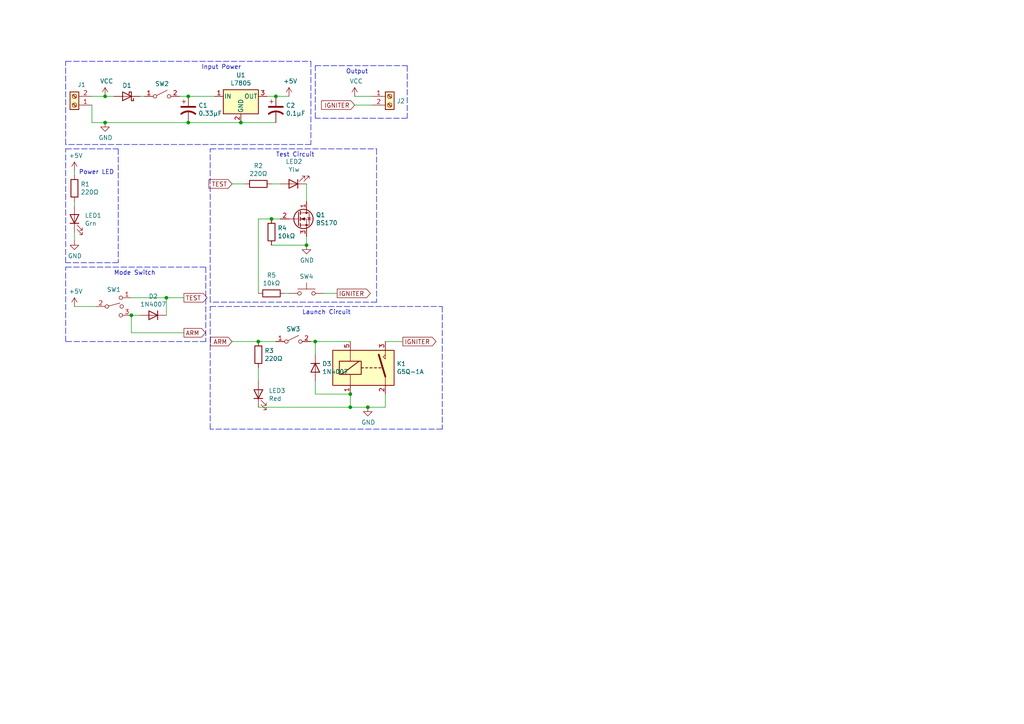
<source format=kicad_sch>
(kicad_sch (version 20211123) (generator eeschema)
  (paper "A4")
  (lib_symbols
    (symbol "Connector:Screw_Terminal_01x02" (pin_names (offset 1.016) hide)
      (property "Reference" "J" (at 0 2.54 0))
      (property "Value" "Screw_Terminal_01x02" (at 0 -5.08 0))
      (symbol "Screw_Terminal_01x02_1_1"
        (rectangle (start -1.27 1.27) (end 1.27 -3.81) (stroke (width 0.254)) (fill (type background)))
        (circle (center 0 -2.54) (radius 0.635) (stroke (width 0.1524)))
        (polyline (pts (xy -0.5334 -2.2098) (xy 0.3302 -3.048)) (stroke (width 0.1524)))
        (polyline (pts (xy -0.5334 0.3302) (xy 0.3302 -0.508)) (stroke (width 0.1524)))
        (polyline (pts (xy -0.3556 -2.032) (xy 0.508 -2.8702)) (stroke (width 0.1524)))
        (polyline (pts (xy -0.3556 0.508) (xy 0.508 -0.3302)) (stroke (width 0.1524)))
        (circle (center 0 0) (radius 0.635) (stroke (width 0.1524)))
        (pin passive line (at -5.08 0 0) (length 3.81) (name "Pin_1") (number "1"))
        (pin passive line (at -5.08 -2.54 0) (length 3.81) (name "Pin_2") (number "2"))
      )
    )
    (symbol "Device:CP1" (pin_numbers hide) (pin_names (offset 0.254) hide)
      (property "Reference" "C" (at 0.635 2.54 0))
      (property "Value" "Device_CP1" (at 0.635 -2.54 0))
      (symbol "CP1_0_1"
        (polyline (pts (xy -2.032 0.762) (xy 2.032 0.762)) (stroke (width 0.508)))
        (polyline (pts (xy -1.778 2.286) (xy -0.762 2.286)))
        (polyline (pts (xy -1.27 1.778) (xy -1.27 2.794)))
        (arc (start 2.032 -1.27) (mid 0 -0.5572) (end -2.032 -1.27) (stroke (width 0.508)))
      )
      (symbol "CP1_1_1"
        (pin passive line (at 0 3.81 270) (length 2.794) (name "~") (number "1"))
        (pin passive line (at 0 -3.81 90) (length 3.302) (name "~") (number "2"))
      )
    )
    (symbol "Device:D" (pin_numbers hide) (pin_names (offset 1.016) hide)
      (property "Reference" "D" (at 0 2.54 0))
      (property "Value" "D" (at 0 -2.54 0))
      (symbol "D_0_1"
        (polyline (pts (xy -1.27 1.27) (xy -1.27 -1.27)) (stroke (width 0.254)))
        (polyline (pts (xy 1.27 0) (xy -1.27 0)))
        (polyline (pts (xy 1.27 1.27) (xy 1.27 -1.27) (xy -1.27 0) (xy 1.27 1.27)) (stroke (width 0.254)))
      )
      (symbol "D_1_1"
        (pin passive line (at -3.81 0 0) (length 2.54) (name "K") (number "1"))
        (pin passive line (at 3.81 0 180) (length 2.54) (name "A") (number "2"))
      )
    )
    (symbol "Device:D_Schottky" (pin_numbers hide) (pin_names (offset 1.016) hide)
      (property "Reference" "D" (at 0 2.54 0))
      (property "Value" "D_Schottky" (at 0 -2.54 0))
      (symbol "D_Schottky_0_1"
        (polyline (pts (xy 1.27 0) (xy -1.27 0)))
        (polyline (pts (xy 1.27 1.27) (xy 1.27 -1.27) (xy -1.27 0) (xy 1.27 1.27)) (stroke (width 0.254)))
        (polyline (pts (xy -1.905 0.635) (xy -1.905 1.27) (xy -1.27 1.27) (xy -1.27 -1.27) (xy -0.635 -1.27) (xy -0.635 -0.635)) (stroke (width 0.254)))
      )
      (symbol "D_Schottky_1_1"
        (pin passive line (at -3.81 0 0) (length 2.54) (name "K") (number "1"))
        (pin passive line (at 3.81 0 180) (length 2.54) (name "A") (number "2"))
      )
    )
    (symbol "Device:LED" (pin_numbers hide) (pin_names (offset 1.016) hide)
      (property "Reference" "D" (at 0 2.54 0))
      (property "Value" "LED" (at 0 -2.54 0))
      (symbol "LED_0_1"
        (polyline (pts (xy -1.27 -1.27) (xy -1.27 1.27)) (stroke (width 0.254)))
        (polyline (pts (xy -1.27 0) (xy 1.27 0)))
        (polyline (pts (xy 1.27 -1.27) (xy 1.27 1.27) (xy -1.27 0) (xy 1.27 -1.27)) (stroke (width 0.254)))
        (polyline (pts (xy -3.048 -0.762) (xy -4.572 -2.286) (xy -3.81 -2.286) (xy -4.572 -2.286) (xy -4.572 -1.524)))
        (polyline (pts (xy -1.778 -0.762) (xy -3.302 -2.286) (xy -2.54 -2.286) (xy -3.302 -2.286) (xy -3.302 -1.524)))
      )
      (symbol "LED_1_1"
        (pin passive line (at -3.81 0 0) (length 2.54) (name "K") (number "1"))
        (pin passive line (at 3.81 0 180) (length 2.54) (name "A") (number "2"))
      )
    )
    (symbol "Device:R" (pin_numbers hide) (pin_names (offset 0))
      (property "Reference" "R" (at 2.032 0 90))
      (property "Value" "R" (at 0 0 90))
      (symbol "R_0_1"
        (rectangle (start -1.016 -2.54) (end 1.016 2.54) (stroke (width 0.254)))
      )
      (symbol "R_1_1"
        (pin passive line (at 0 3.81 270) (length 1.27) (name "~") (number "1"))
        (pin passive line (at 0 -3.81 90) (length 1.27) (name "~") (number "2"))
      )
    )
    (symbol "Regulator_Linear:L7805" (pin_names (offset 0.254))
      (property "Reference" "U" (at -3.81 3.175 0))
      (property "Value" "L7805" (at 0 3.175 0))
      (symbol "L7805_0_1"
        (rectangle (start -5.08 1.905) (end 5.08 -5.08) (stroke (width 0.254)) (fill (type background)))
      )
      (symbol "L7805_1_1"
        (pin power_in line (at -7.62 0 0) (length 2.54) (name "IN") (number "1"))
        (pin power_in line (at 0 -7.62 90) (length 2.54) (name "GND") (number "2"))
        (pin power_out line (at 7.62 0 180) (length 2.54) (name "OUT") (number "3"))
      )
    )
    (symbol "Relay:G5Q-1A"
      (property "Reference" "K" (at 8.89 3.81 0))
      (property "Value" "G5Q-1A" (at 8.89 1.27 0))
      (symbol "G5Q-1A_0_0"
        (polyline (pts (xy 5.08 5.08) (xy 5.08 2.54) (xy 4.445 3.175) (xy 5.08 3.81)))
      )
      (symbol "G5Q-1A_0_1"
        (rectangle (start -10.16 5.08) (end 7.62 -5.08) (stroke (width 0.254)) (fill (type background)))
        (rectangle (start -8.255 1.905) (end -1.905 -1.905) (stroke (width 0.254)))
        (polyline (pts (xy -7.62 -1.905) (xy -2.54 1.905)) (stroke (width 0.254)))
        (polyline (pts (xy -5.08 -5.08) (xy -5.08 -1.905)))
        (polyline (pts (xy -5.08 5.08) (xy -5.08 1.905)))
        (polyline (pts (xy -1.905 0) (xy -1.27 0)) (stroke (width 0.254)))
        (polyline (pts (xy -0.635 0) (xy 0 0)) (stroke (width 0.254)))
        (polyline (pts (xy 0.635 0) (xy 1.27 0)) (stroke (width 0.254)))
        (polyline (pts (xy 1.905 0) (xy 2.54 0)) (stroke (width 0.254)))
        (polyline (pts (xy 3.175 0) (xy 3.81 0)) (stroke (width 0.254)))
        (polyline (pts (xy 5.08 -2.54) (xy 3.175 3.81)) (stroke (width 0.508)))
        (polyline (pts (xy 5.08 -2.54) (xy 5.08 -5.08)))
      )
      (symbol "G5Q-1A_1_1"
        (pin passive line (at -5.08 -7.62 90) (length 2.54) (name "~") (number "1"))
        (pin passive line (at 5.08 -7.62 90) (length 2.54) (name "~") (number "2"))
        (pin passive line (at 5.08 7.62 270) (length 2.54) (name "~") (number "3"))
        (pin passive line (at -5.08 7.62 270) (length 2.54) (name "~") (number "5"))
      )
    )
    (symbol "Switch:SW_Push" (pin_numbers hide) (pin_names (offset 1.016) hide)
      (property "Reference" "SW" (at 1.27 2.54 0))
      (property "Value" "SW_Push" (at 0 -1.524 0))
      (symbol "SW_Push_0_1"
        (circle (center -2.032 0) (radius 0.508))
        (polyline (pts (xy 0 1.27) (xy 0 3.048)))
        (polyline (pts (xy 2.54 1.27) (xy -2.54 1.27)))
        (circle (center 2.032 0) (radius 0.508))
        (pin passive line (at -5.08 0 0) (length 2.54) (name "1") (number "1"))
        (pin passive line (at 5.08 0 180) (length 2.54) (name "2") (number "2"))
      )
    )
    (symbol "Switch:SW_SPDT_MSM" (pin_names (offset 0) hide)
      (property "Reference" "SW" (at 0 5.08 0))
      (property "Value" "SW_SPDT_MSM" (at 0 -5.08 0))
      (symbol "SW_SPDT_MSM_0_0"
        (circle (center -2.032 0) (radius 0.508))
        (polyline (pts (xy -1.524 0.127) (xy 1.778 1.016)))
        (circle (center 2.032 -2.54) (radius 0.508))
      )
      (symbol "SW_SPDT_MSM_0_1"
        (circle (center 2.032 2.54) (radius 0.508))
        (circle (center 2.286 0) (radius 0.508))
      )
      (symbol "SW_SPDT_MSM_1_1"
        (pin passive line (at 5.08 2.54 180) (length 2.54) (name "1") (number "1"))
        (pin passive line (at -5.08 0 0) (length 2.54) (name "2") (number "2"))
        (pin passive line (at 5.08 -2.54 180) (length 2.54) (name "3") (number "3"))
      )
    )
    (symbol "Switch:SW_SPST" (pin_names (offset 0) hide)
      (property "Reference" "SW" (at 0 3.175 0))
      (property "Value" "SW_SPST" (at 0 -2.54 0))
      (symbol "SW_SPST_0_0"
        (circle (center -2.032 0) (radius 0.508))
        (polyline (pts (xy -1.524 0.254) (xy 1.524 1.778)))
        (circle (center 2.032 0) (radius 0.508))
      )
      (symbol "SW_SPST_1_1"
        (pin passive line (at -5.08 0 0) (length 2.54) (name "A") (number "1"))
        (pin passive line (at 5.08 0 180) (length 2.54) (name "B") (number "2"))
      )
    )
    (symbol "Transistor_FET:BS170" (pin_names hide)
      (property "Reference" "Q" (at 5.08 1.905 0))
      (property "Value" "BS170" (at 5.08 0 0))
      (symbol "BS170_0_1"
        (polyline (pts (xy 0.254 0) (xy -2.54 0)))
        (polyline (pts (xy 0.254 1.905) (xy 0.254 -1.905)) (stroke (width 0.254)))
        (polyline (pts (xy 0.762 -1.27) (xy 0.762 -2.286)) (stroke (width 0.254)))
        (polyline (pts (xy 0.762 0.508) (xy 0.762 -0.508)) (stroke (width 0.254)))
        (polyline (pts (xy 0.762 2.286) (xy 0.762 1.27)) (stroke (width 0.254)))
        (polyline (pts (xy 2.54 2.54) (xy 2.54 1.778)))
        (polyline (pts (xy 2.54 -2.54) (xy 2.54 0) (xy 0.762 0)))
        (polyline (pts (xy 0.762 -1.778) (xy 3.302 -1.778) (xy 3.302 1.778) (xy 0.762 1.778)))
        (polyline (pts (xy 1.016 0) (xy 2.032 0.381) (xy 2.032 -0.381) (xy 1.016 0)) (fill (type outline)))
        (polyline (pts (xy 2.794 0.508) (xy 2.921 0.381) (xy 3.683 0.381) (xy 3.81 0.254)))
        (polyline (pts (xy 3.302 0.381) (xy 2.921 -0.254) (xy 3.683 -0.254) (xy 3.302 0.381)))
        (circle (center 1.651 0) (radius 2.794) (stroke (width 0.254)))
        (circle (center 2.54 -1.778) (radius 0.254) (fill (type outline)))
        (circle (center 2.54 1.778) (radius 0.254) (fill (type outline)))
      )
      (symbol "BS170_1_1"
        (pin passive line (at 2.54 5.08 270) (length 2.54) (name "D") (number "1"))
        (pin input line (at -5.08 0 0) (length 2.54) (name "G") (number "2"))
        (pin passive line (at 2.54 -5.08 90) (length 2.54) (name "S") (number "3"))
      )
    )
    (symbol "power:+5V" (power) (pin_names (offset 0))
      (property "Value" "+5V" (at 0 3.556 0))
      (symbol "+5V_0_1"
        (polyline (pts (xy -0.762 1.27) (xy 0 2.54)))
        (polyline (pts (xy 0 0) (xy 0 2.54)))
        (polyline (pts (xy 0 2.54) (xy 0.762 1.27)))
      )
      (symbol "+5V_1_1"
        (pin power_in line (at 0 0 90) (length 0) hide (name "+5V") (number "1"))
      )
    )
    (symbol "power:GND" (power) (pin_names (offset 0))
      (property "Value" "GND" (at 0 -3.81 0))
      (symbol "GND_0_1"
        (polyline (pts (xy 0 0) (xy 0 -1.27) (xy 1.27 -1.27) (xy 0 -2.54) (xy -1.27 -1.27) (xy 0 -1.27)))
      )
      (symbol "GND_1_1"
        (pin power_in line (at 0 0 270) (length 0) hide (name "GND") (number "1"))
      )
    )
    (symbol "power:VCC" (power) (pin_names (offset 0))
      (property "Value" "VCC" (at 0 3.81 0))
      (symbol "VCC_0_1"
        (polyline (pts (xy -0.762 1.27) (xy 0 2.54)))
        (polyline (pts (xy 0 0) (xy 0 2.54)))
        (polyline (pts (xy 0 2.54) (xy 0.762 1.27)))
      )
      (symbol "VCC_1_1"
        (pin power_in line (at 0 0 90) (length 0) hide (name "VCC") (number "1"))
      )
    )
  )
  (junction (at 54.61 35.56))
  (junction (at 101.6 118.11))
  (junction (at 80.01 27.94))
  (junction (at 48.26 86.36))
  (junction (at 69.85 35.56))
  (junction (at 30.48 27.94))
  (junction (at 38.1 91.44))
  (junction (at 78.74 63.5))
  (junction (at 88.9 71.12))
  (junction (at 101.6 114.3))
  (junction (at 54.61 27.94))
  (junction (at 106.68 118.11))
  (junction (at 91.44 99.06))
  (junction (at 74.93 99.06))
  (junction (at 30.48 35.56))
  (wire (pts (xy 101.6 118.11) (xy 106.68 118.11)))
  (wire (pts (xy 78.74 63.5) (xy 81.28 63.5)))
  (wire (pts (xy 30.48 35.56) (xy 54.61 35.56)))
  (polyline (pts (xy 60.96 88.9) (xy 128.27 88.9)))
  (polyline (pts (xy 91.44 34.29) (xy 91.44 19.05)))
  (wire (pts (xy 102.87 30.48) (xy 107.95 30.48)))
  (polyline (pts (xy 19.05 99.06) (xy 19.05 77.47)))
  (wire (pts (xy 80.01 27.94) (xy 83.82 27.94)))
  (wire (pts (xy 102.87 27.94) (xy 107.95 27.94)))
  (wire (pts (xy 48.26 91.44) (xy 48.26 86.36)))
  (wire (pts (xy 91.44 99.06) (xy 101.6 99.06)))
  (wire (pts (xy 93.98 85.09) (xy 97.79 85.09)))
  (wire (pts (xy 67.31 53.34) (xy 71.12 53.34)))
  (wire (pts (xy 21.59 67.31) (xy 21.59 69.85)))
  (wire (pts (xy 78.74 71.12) (xy 88.9 71.12)))
  (wire (pts (xy 21.59 49.53) (xy 21.59 50.8)))
  (wire (pts (xy 101.6 118.11) (xy 101.6 114.3)))
  (wire (pts (xy 38.1 91.44) (xy 38.1 96.52)))
  (polyline (pts (xy 109.22 87.63) (xy 60.96 87.63)))
  (wire (pts (xy 48.26 86.36) (xy 53.34 86.36)))
  (wire (pts (xy 91.44 102.87) (xy 91.44 99.06)))
  (wire (pts (xy 74.93 63.5) (xy 74.93 85.09)))
  (polyline (pts (xy 19.05 41.91) (xy 19.05 17.78)))
  (wire (pts (xy 21.59 88.9) (xy 27.94 88.9)))
  (polyline (pts (xy 19.05 43.18) (xy 34.29 43.18)))
  (polyline (pts (xy 109.22 43.18) (xy 109.22 87.63)))
  (wire (pts (xy 69.85 35.56) (xy 80.01 35.56)))
  (wire (pts (xy 21.59 58.42) (xy 21.59 59.69)))
  (polyline (pts (xy 90.17 17.78) (xy 90.17 41.91)))
  (wire (pts (xy 90.17 99.06) (xy 91.44 99.06)))
  (wire (pts (xy 106.68 118.11) (xy 111.76 118.11)))
  (polyline (pts (xy 60.96 43.18) (xy 109.22 43.18)))
  (wire (pts (xy 78.74 63.5) (xy 74.93 63.5)))
  (polyline (pts (xy 34.29 43.18) (xy 34.29 76.2)))
  (polyline (pts (xy 19.05 76.2) (xy 19.05 43.18)))
  (wire (pts (xy 74.93 118.11) (xy 101.6 118.11)))
  (wire (pts (xy 67.31 99.06) (xy 74.93 99.06)))
  (polyline (pts (xy 91.44 19.05) (xy 118.11 19.05)))
  (wire (pts (xy 26.67 30.48) (xy 26.67 35.56)))
  (polyline (pts (xy 128.27 124.46) (xy 60.96 124.46)))
  (polyline (pts (xy 59.69 77.47) (xy 59.69 99.06)))
  (wire (pts (xy 111.76 99.06) (xy 116.84 99.06)))
  (polyline (pts (xy 34.29 76.2) (xy 19.05 76.2)))
  (wire (pts (xy 26.67 35.56) (xy 30.48 35.56)))
  (wire (pts (xy 74.93 99.06) (xy 80.01 99.06)))
  (polyline (pts (xy 60.96 124.46) (xy 60.96 88.9)))
  (wire (pts (xy 69.85 35.56) (xy 54.61 35.56)))
  (wire (pts (xy 52.07 27.94) (xy 54.61 27.94)))
  (polyline (pts (xy 19.05 77.47) (xy 59.69 77.47)))
  (polyline (pts (xy 60.96 87.63) (xy 60.96 43.18)))
  (wire (pts (xy 91.44 114.3) (xy 101.6 114.3)))
  (wire (pts (xy 74.93 106.68) (xy 74.93 110.49)))
  (polyline (pts (xy 90.17 41.91) (xy 19.05 41.91)))
  (polyline (pts (xy 19.05 17.78) (xy 90.17 17.78)))
  (wire (pts (xy 38.1 86.36) (xy 48.26 86.36)))
  (wire (pts (xy 54.61 27.94) (xy 62.23 27.94)))
  (wire (pts (xy 111.76 118.11) (xy 111.76 114.3)))
  (wire (pts (xy 88.9 53.34) (xy 88.9 58.42)))
  (wire (pts (xy 78.74 53.34) (xy 81.28 53.34)))
  (wire (pts (xy 88.9 68.58) (xy 88.9 71.12)))
  (wire (pts (xy 26.67 27.94) (xy 30.48 27.94)))
  (polyline (pts (xy 128.27 88.9) (xy 128.27 124.46)))
  (polyline (pts (xy 59.69 99.06) (xy 19.05 99.06)))
  (wire (pts (xy 30.48 27.94) (xy 33.02 27.94)))
  (wire (pts (xy 40.64 27.94) (xy 41.91 27.94)))
  (wire (pts (xy 82.55 85.09) (xy 83.82 85.09)))
  (wire (pts (xy 38.1 91.44) (xy 40.64 91.44)))
  (polyline (pts (xy 118.11 19.05) (xy 118.11 34.29)))
  (wire (pts (xy 77.47 27.94) (xy 80.01 27.94)))
  (wire (pts (xy 91.44 110.49) (xy 91.44 114.3)))
  (wire (pts (xy 38.1 96.52) (xy 53.34 96.52)))
  (polyline (pts (xy 118.11 34.29) (xy 91.44 34.29)))
  (text "Input Power" (at 58.42 20.32 0) (effects (font (size 1.27 1.27)) (justify left bottom)))
  (text "Launch Circuit" (at 87.63 91.44 0) (effects (font (size 1.27 1.27)) (justify left bottom)))
  (text "Output" (at 100.33 21.59 0) (effects (font (size 1.27 1.27)) (justify left bottom)))
  (text "Mode Switch" (at 33.02 80.01 0) (effects (font (size 1.27 1.27)) (justify left bottom)))
  (text "Test Circuit" (at 80.01 45.72 0) (effects (font (size 1.27 1.27)) (justify left bottom)))
  (text "Power LED" (at 22.86 50.8 0) (effects (font (size 1.27 1.27)) (justify left bottom)))
  (global_label "IGNITER" (shape input) (at 102.87 30.48 180) (property "Intersheet References" "${INTERSHEET_REFS}" (effects hide)))
  (global_label "IGNITER" (shape output) (at 116.84 99.06 0) (property "Intersheet References" "${INTERSHEET_REFS}" (effects hide)))
  (global_label "TEST" (shape output) (at 53.34 86.36 0) (property "Intersheet References" "${INTERSHEET_REFS}" (effects hide)))
  (global_label "ARM" (shape input) (at 67.31 99.06 180) (property "Intersheet References" "${INTERSHEET_REFS}" (effects hide)))
  (global_label "IGNITER" (shape output) (at 97.79 85.09 0) (property "Intersheet References" "${INTERSHEET_REFS}" (effects hide)))
  (global_label "ARM" (shape output) (at 53.34 96.52 0) (property "Intersheet References" "${INTERSHEET_REFS}" (effects hide)))
  (global_label "TEST" (shape input) (at 67.31 53.34 180) (property "Intersheet References" "${INTERSHEET_REFS}" (effects hide)))
  (symbol (lib_id "Connector:Screw_Terminal_01x02") (at 21.59 30.48 180) (unit 1)
    (property "Reference" "J1" (at 23.6728 24.5618 0))
    (property "Value" "Screw_Terminal_01x02" (effects hide))
    (property "Footprint" "TerminalBlock_TE-Connectivity:TerminalBlock_TE_282834-2_1x02_P2.54mm_Horizontal" (effects hide))
    (property "DistPartNo" "A98333-ND" (effects hide))
    (property "MfrPartNo" "282834-2" (effects hide))
  )
  (symbol (lib_id "Device:D_Schottky") (at 36.83 27.94 180) (unit 1)
    (property "Reference" "D1" (at 36.83 24.7904 0))
    (property "Value" "D_Schottky" (effects hide))
    (property "Footprint" "Diode_THT:D_DO-41_SOD81_P10.16mm_Horizontal" (effects hide))
    (property "DistPartNo" "SB140FSCT-ND" (effects hide))
    (property "MfrPartNo" "SB140" (effects hide))
  )
  (symbol (lib_id "power:VCC") (at 30.48 27.94 0) (unit 1)
    (property "Reference" "#PWR04" (effects hide))
    (property "Value" "VCC" (at 30.9118 23.5458 0))
  )
  (symbol (lib_id "Switch:SW_SPST") (at 46.99 27.94 0) (unit 1)
    (property "Reference" "SW2" (at 46.99 24.3078 0))
    (property "Value" "SW_SPST" (effects hide))
    (property "Footprint" "Connector_Wire:SolderWire-1sqmm_1x02_P7.8mm_D1.4mm_OD3.9mm" (effects hide))
  )
  (symbol (lib_id "Device:CP1") (at 54.61 31.75 0) (unit 1)
    (property "Reference" "C1" (at 57.531 30.5816 0) (effects (justify left)))
    (property "Value" "0.33µF" (at 57.531 32.893 0) (effects (justify left)))
    (property "Footprint" "Capacitor_THT:CP_Radial_Tantal_D4.5mm_P2.50mm" (effects hide))
    (property "DistPartNo" "478-1883-ND" (effects hide))
    (property "MfrPartNo" "TAP334K035SCS" (effects hide))
  )
  (symbol (lib_id "Regulator_Linear:L7805") (at 69.85 27.94 0) (unit 1)
    (property "Reference" "U1" (at 69.85 21.7932 0))
    (property "Value" "L7805" (at 69.85 24.1046 0))
    (property "Footprint" "Package_TO_SOT_THT:TO-220-3_Vertical" (effects hide))
    (property "DistPartNo" "MC7805BTGOS-ND" (effects hide))
    (property "MfrPartNo" "MC7805BTG" (effects hide))
  )
  (symbol (lib_id "Device:CP1") (at 80.01 31.75 0) (unit 1)
    (property "Reference" "C2" (at 82.931 30.5816 0) (effects (justify left)))
    (property "Value" "0.1µF" (at 82.931 32.893 0) (effects (justify left)))
    (property "Footprint" "Capacitor_THT:CP_Radial_Tantal_D4.5mm_P2.50mm" (effects hide))
    (property "DistPartNo" "478-9315-ND" (effects hide))
    (property "MfrPartNo" "TAP104M050SCS" (effects hide))
  )
  (symbol (lib_id "power:+5V") (at 83.82 27.94 0) (unit 1)
    (property "Reference" "#PWR06" (effects hide))
    (property "Value" "+5V" (at 84.201 23.5458 0))
  )
  (symbol (lib_id "power:GND") (at 30.48 35.56 0) (unit 1)
    (property "Reference" "#PWR05" (effects hide))
    (property "Value" "GND" (at 30.607 39.9542 0))
  )
  (symbol (lib_id "power:+5V") (at 21.59 49.53 0) (unit 1)
    (property "Reference" "#PWR01" (effects hide))
    (property "Value" "+5V" (at 21.971 45.1358 0))
  )
  (symbol (lib_id "power:GND") (at 21.59 69.85 0) (unit 1)
    (property "Reference" "#PWR02" (effects hide))
    (property "Value" "GND" (at 21.717 74.2442 0))
  )
  (symbol (lib_id "Device:R") (at 21.59 54.61 0) (unit 1)
    (property "Reference" "R1" (at 23.368 53.4416 0) (effects (justify left)))
    (property "Value" "220Ω" (at 23.368 55.753 0) (effects (justify left)))
    (property "Footprint" "Resistor_THT:R_Axial_DIN0207_L6.3mm_D2.5mm_P10.16mm_Horizontal" (effects hide))
  )
  (symbol (lib_id "Device:LED") (at 21.59 63.5 90) (unit 1)
    (property "Reference" "LED1" (at 24.5872 62.5094 90) (effects (justify right)))
    (property "Value" "Grn" (at 24.5872 64.8208 90) (effects (justify right)))
    (property "Footprint" "Connector_Wire:SolderWire-1sqmm_1x02_P7.8mm_D1.4mm_OD3.9mm" (effects hide))
  )
  (symbol (lib_id "power:+5V") (at 21.59 88.9 0) (unit 1)
    (property "Reference" "#PWR03" (effects hide))
    (property "Value" "+5V" (at 21.971 84.5058 0))
  )
  (symbol (lib_id "Switch:SW_SPDT_MSM") (at 33.02 88.9 0) (unit 1)
    (property "Reference" "SW1" (at 33.02 83.9978 0))
    (property "Value" "SW_SPDT_MSM" (effects hide))
    (property "Footprint" "Connector_Wire:SolderWire-1sqmm_1x03_P7.8mm_D1.4mm_OD3.9mm" (effects hide))
  )
  (symbol (lib_id "Device:D") (at 44.45 91.44 180) (unit 1)
    (property "Reference" "D2" (at 44.45 85.9536 0))
    (property "Value" "1N4007" (at 44.45 88.265 0))
    (property "Footprint" "Diode_THT:D_DO-41_SOD81_P10.16mm_Horizontal" (effects hide))
    (property "DistPartNo" "641-1457-1-ND" (effects hide))
    (property "MfrPartNo" "1N4007T-G" (effects hide))
  )
  (symbol (lib_id "Device:R") (at 74.93 53.34 270) (unit 1)
    (property "Reference" "R2" (at 74.93 48.0822 90))
    (property "Value" "220Ω" (at 74.93 50.3936 90))
    (property "Footprint" "Resistor_THT:R_Axial_DIN0207_L6.3mm_D2.5mm_P10.16mm_Horizontal" (effects hide))
  )
  (symbol (lib_id "Device:LED") (at 85.09 53.34 180) (unit 1)
    (property "Reference" "LED2" (at 85.2678 46.863 0))
    (property "Value" "Ylw" (at 85.2678 49.1744 0))
    (property "Footprint" "Connector_Wire:SolderWire-1sqmm_1x02_P7.8mm_D1.4mm_OD3.9mm" (effects hide))
  )
  (symbol (lib_id "Transistor_FET:BS170") (at 86.36 63.5 0) (unit 1)
    (property "Reference" "Q1" (at 91.5924 62.3316 0) (effects (justify left)))
    (property "Value" "BS170" (at 91.5924 64.643 0) (effects (justify left)))
    (property "Footprint" "Package_TO_SOT_THT:TO-92_Inline_Wide" (effects hide))
    (property "DistPartNo" "2368-BS170-ND" (effects hide))
    (property "MfrPartNo" "BS170" (effects hide))
  )
  (symbol (lib_id "power:GND") (at 88.9 71.12 0) (unit 1)
    (property "Reference" "#PWR07" (effects hide))
    (property "Value" "GND" (at 89.027 75.5142 0))
  )
  (symbol (lib_id "Device:R") (at 78.74 67.31 180) (unit 1)
    (property "Reference" "R4" (at 80.518 66.1416 0) (effects (justify right)))
    (property "Value" "10kΩ" (at 80.518 68.453 0) (effects (justify right)))
    (property "Footprint" "Resistor_THT:R_Axial_DIN0207_L6.3mm_D2.5mm_P10.16mm_Horizontal" (effects hide))
  )
  (symbol (lib_id "Device:R") (at 78.74 85.09 90) (unit 1)
    (property "Reference" "R5" (at 78.74 79.8322 90))
    (property "Value" "10kΩ" (at 78.74 82.1436 90))
    (property "Footprint" "Resistor_THT:R_Axial_DIN0207_L6.3mm_D2.5mm_P10.16mm_Horizontal" (effects hide))
  )
  (symbol (lib_id "Switch:SW_Push") (at 88.9 85.09 0) (unit 1)
    (property "Reference" "SW4" (at 88.9 80.1878 0))
    (property "Value" "SW_Push" (effects hide))
    (property "Footprint" "Connector_Wire:SolderWire-1sqmm_1x02_P7.8mm_D1.4mm_OD3.9mm" (effects hide))
  )
  (symbol (lib_id "Device:R") (at 74.93 102.87 0) (unit 1)
    (property "Reference" "R3" (at 76.708 101.7016 0) (effects (justify left)))
    (property "Value" "220Ω" (at 76.708 104.013 0) (effects (justify left)))
    (property "Footprint" "Resistor_THT:R_Axial_DIN0207_L6.3mm_D2.5mm_P10.16mm_Horizontal" (effects hide))
  )
  (symbol (lib_id "Device:LED") (at 74.93 114.3 90) (unit 1)
    (property "Reference" "LED3" (at 77.9272 113.3094 90) (effects (justify right)))
    (property "Value" "Red" (at 77.9272 115.6208 90) (effects (justify right)))
    (property "Footprint" "Connector_Wire:SolderWire-1sqmm_1x02_P7.8mm_D1.4mm_OD3.9mm" (effects hide))
  )
  (symbol (lib_id "Relay:G5Q-1A") (at 106.68 106.68 0) (unit 1)
    (property "Reference" "K1" (at 115.062 105.5116 0) (effects (justify left)))
    (property "Value" "G5Q-1A" (at 115.062 107.823 0) (effects (justify left)))
    (property "Footprint" "Relay_THT:Relay_SPST_Omron-G5Q-1A" (effects hide))
    (property "DistPartNo" "Z4268-ND" (effects hide))
    (property "MfrPartNo" "G5Q-1A4-EU DC5" (effects hide))
  )
  (symbol (lib_id "power:GND") (at 106.68 118.11 0) (unit 1)
    (property "Reference" "#PWR09" (effects hide))
    (property "Value" "GND" (at 106.807 122.5042 0))
  )
  (symbol (lib_id "Connector:Screw_Terminal_01x02") (at 113.03 27.94 0) (unit 1)
    (property "Reference" "J2" (at 115.062 29.3116 0) (effects (justify left)))
    (property "Value" "Screw_Terminal_01x02" (effects hide))
    (property "Footprint" "TerminalBlock_TE-Connectivity:TerminalBlock_TE_282834-2_1x02_P2.54mm_Horizontal" (effects hide))
    (property "DistPartNo" "A98333-ND" (effects hide))
    (property "MfrPartNo" "282834-2" (effects hide))
  )
  (symbol (lib_id "power:VCC") (at 102.87 27.94 0) (unit 1)
    (property "Reference" "#PWR08" (effects hide))
    (property "Value" "VCC" (at 103.3018 23.5458 0))
  )
  (symbol (lib_id "Device:D") (at 91.44 106.68 270) (unit 1)
    (property "Reference" "D3" (at 93.4466 105.5116 90) (effects (justify left)))
    (property "Value" "1N4007" (at 93.4466 107.823 90) (effects (justify left)))
    (property "Footprint" "Diode_THT:D_DO-41_SOD81_P10.16mm_Horizontal" (effects hide))
    (property "DistPartNo" "641-1457-1-ND" (effects hide))
    (property "MfrPartNo" "1N4007T-G" (effects hide))
  )
  (symbol (lib_id "Switch:SW_SPST") (at 85.09 99.06 0) (unit 1)
    (property "Reference" "SW3" (at 85.09 95.4278 0))
    (property "Value" "SW_SPST" (effects hide))
    (property "Footprint" "Connector_Wire:SolderWire-1sqmm_1x02_P7.8mm_D1.4mm_OD3.9mm" (effects hide))
  )
)
</source>
